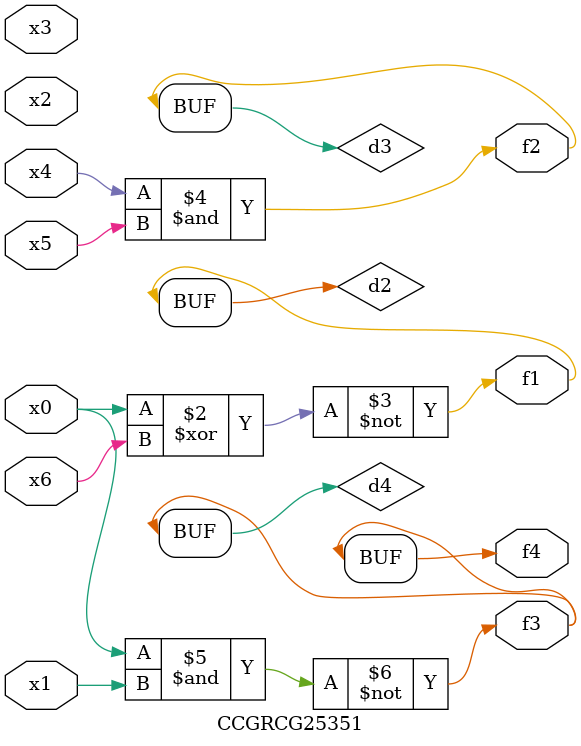
<source format=v>
module CCGRCG25351(
	input x0, x1, x2, x3, x4, x5, x6,
	output f1, f2, f3, f4
);

	wire d1, d2, d3, d4;

	nor (d1, x0);
	xnor (d2, x0, x6);
	and (d3, x4, x5);
	nand (d4, x0, x1);
	assign f1 = d2;
	assign f2 = d3;
	assign f3 = d4;
	assign f4 = d4;
endmodule

</source>
